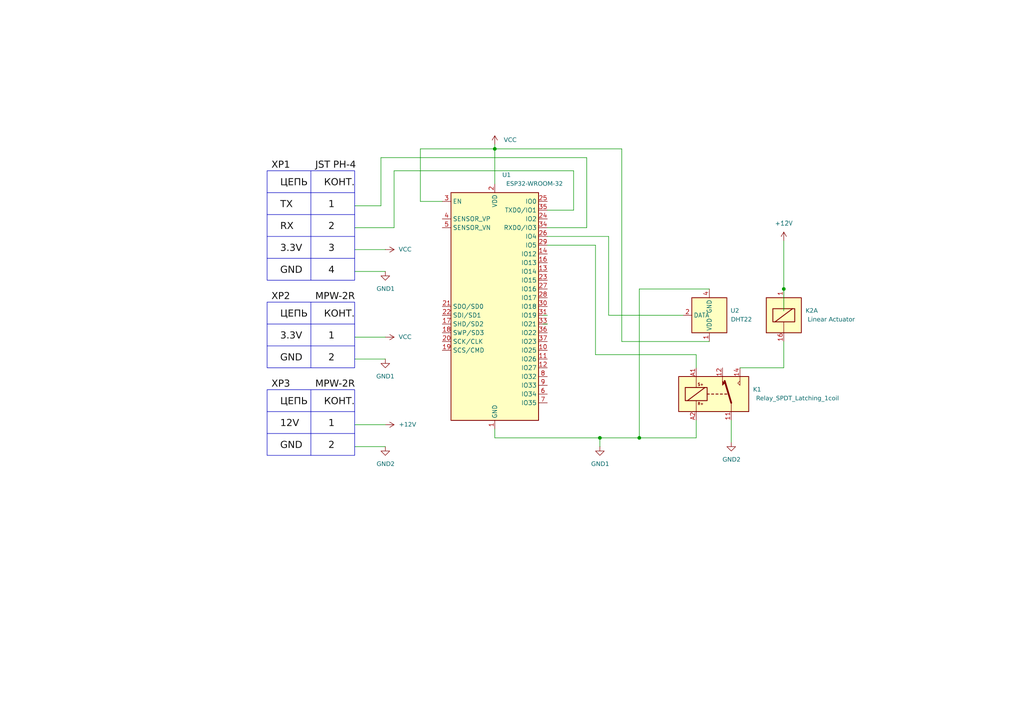
<source format=kicad_sch>
(kicad_sch
	(version 20231120)
	(generator "eeschema")
	(generator_version "8.0")
	(uuid "b4580aa6-e902-4e3b-8bce-f6c38f18175a")
	(paper "A4")
	(title_block
		(title "Схема электрическая принципиальная")
		(date "2024-11-18")
		(company "МГТУ им. Н.Э. Баумана ИУ6-73Б")
		(comment 1 "Контроллер теплицы")
		(comment 2 "Антипкин И.М.")
		(comment 3 "Трамов И.Б.")
	)
	(lib_symbols
		(symbol "RF_Module:ESP32-WROOM-32"
			(exclude_from_sim no)
			(in_bom yes)
			(on_board yes)
			(property "Reference" "U"
				(at -12.7 34.29 0)
				(effects
					(font
						(size 1.27 1.27)
					)
					(justify left)
				)
			)
			(property "Value" "ESP32-WROOM-32"
				(at 1.27 34.29 0)
				(effects
					(font
						(size 1.27 1.27)
					)
					(justify left)
				)
			)
			(property "Footprint" "RF_Module:ESP32-WROOM-32"
				(at 0 -38.1 0)
				(effects
					(font
						(size 1.27 1.27)
					)
					(hide yes)
				)
			)
			(property "Datasheet" "https://www.espressif.com/sites/default/files/documentation/esp32-wroom-32_datasheet_en.pdf"
				(at -7.62 1.27 0)
				(effects
					(font
						(size 1.27 1.27)
					)
					(hide yes)
				)
			)
			(property "Description" "RF Module, ESP32-D0WDQ6 SoC, Wi-Fi 802.11b/g/n, Bluetooth, BLE, 32-bit, 2.7-3.6V, onboard antenna, SMD"
				(at 0 0 0)
				(effects
					(font
						(size 1.27 1.27)
					)
					(hide yes)
				)
			)
			(property "ki_keywords" "RF Radio BT ESP ESP32 Espressif onboard PCB antenna"
				(at 0 0 0)
				(effects
					(font
						(size 1.27 1.27)
					)
					(hide yes)
				)
			)
			(property "ki_fp_filters" "ESP32?WROOM?32*"
				(at 0 0 0)
				(effects
					(font
						(size 1.27 1.27)
					)
					(hide yes)
				)
			)
			(symbol "ESP32-WROOM-32_0_1"
				(rectangle
					(start -12.7 33.02)
					(end 12.7 -33.02)
					(stroke
						(width 0.254)
						(type default)
					)
					(fill
						(type background)
					)
				)
			)
			(symbol "ESP32-WROOM-32_1_1"
				(pin power_in line
					(at 0 -35.56 90)
					(length 2.54)
					(name "GND"
						(effects
							(font
								(size 1.27 1.27)
							)
						)
					)
					(number "1"
						(effects
							(font
								(size 1.27 1.27)
							)
						)
					)
				)
				(pin bidirectional line
					(at 15.24 -12.7 180)
					(length 2.54)
					(name "IO25"
						(effects
							(font
								(size 1.27 1.27)
							)
						)
					)
					(number "10"
						(effects
							(font
								(size 1.27 1.27)
							)
						)
					)
				)
				(pin bidirectional line
					(at 15.24 -15.24 180)
					(length 2.54)
					(name "IO26"
						(effects
							(font
								(size 1.27 1.27)
							)
						)
					)
					(number "11"
						(effects
							(font
								(size 1.27 1.27)
							)
						)
					)
				)
				(pin bidirectional line
					(at 15.24 -17.78 180)
					(length 2.54)
					(name "IO27"
						(effects
							(font
								(size 1.27 1.27)
							)
						)
					)
					(number "12"
						(effects
							(font
								(size 1.27 1.27)
							)
						)
					)
				)
				(pin bidirectional line
					(at 15.24 10.16 180)
					(length 2.54)
					(name "IO14"
						(effects
							(font
								(size 1.27 1.27)
							)
						)
					)
					(number "13"
						(effects
							(font
								(size 1.27 1.27)
							)
						)
					)
				)
				(pin bidirectional line
					(at 15.24 15.24 180)
					(length 2.54)
					(name "IO12"
						(effects
							(font
								(size 1.27 1.27)
							)
						)
					)
					(number "14"
						(effects
							(font
								(size 1.27 1.27)
							)
						)
					)
				)
				(pin passive line
					(at 0 -35.56 90)
					(length 2.54) hide
					(name "GND"
						(effects
							(font
								(size 1.27 1.27)
							)
						)
					)
					(number "15"
						(effects
							(font
								(size 1.27 1.27)
							)
						)
					)
				)
				(pin bidirectional line
					(at 15.24 12.7 180)
					(length 2.54)
					(name "IO13"
						(effects
							(font
								(size 1.27 1.27)
							)
						)
					)
					(number "16"
						(effects
							(font
								(size 1.27 1.27)
							)
						)
					)
				)
				(pin bidirectional line
					(at -15.24 -5.08 0)
					(length 2.54)
					(name "SHD/SD2"
						(effects
							(font
								(size 1.27 1.27)
							)
						)
					)
					(number "17"
						(effects
							(font
								(size 1.27 1.27)
							)
						)
					)
				)
				(pin bidirectional line
					(at -15.24 -7.62 0)
					(length 2.54)
					(name "SWP/SD3"
						(effects
							(font
								(size 1.27 1.27)
							)
						)
					)
					(number "18"
						(effects
							(font
								(size 1.27 1.27)
							)
						)
					)
				)
				(pin bidirectional line
					(at -15.24 -12.7 0)
					(length 2.54)
					(name "SCS/CMD"
						(effects
							(font
								(size 1.27 1.27)
							)
						)
					)
					(number "19"
						(effects
							(font
								(size 1.27 1.27)
							)
						)
					)
				)
				(pin power_in line
					(at 0 35.56 270)
					(length 2.54)
					(name "VDD"
						(effects
							(font
								(size 1.27 1.27)
							)
						)
					)
					(number "2"
						(effects
							(font
								(size 1.27 1.27)
							)
						)
					)
				)
				(pin bidirectional line
					(at -15.24 -10.16 0)
					(length 2.54)
					(name "SCK/CLK"
						(effects
							(font
								(size 1.27 1.27)
							)
						)
					)
					(number "20"
						(effects
							(font
								(size 1.27 1.27)
							)
						)
					)
				)
				(pin bidirectional line
					(at -15.24 0 0)
					(length 2.54)
					(name "SDO/SD0"
						(effects
							(font
								(size 1.27 1.27)
							)
						)
					)
					(number "21"
						(effects
							(font
								(size 1.27 1.27)
							)
						)
					)
				)
				(pin bidirectional line
					(at -15.24 -2.54 0)
					(length 2.54)
					(name "SDI/SD1"
						(effects
							(font
								(size 1.27 1.27)
							)
						)
					)
					(number "22"
						(effects
							(font
								(size 1.27 1.27)
							)
						)
					)
				)
				(pin bidirectional line
					(at 15.24 7.62 180)
					(length 2.54)
					(name "IO15"
						(effects
							(font
								(size 1.27 1.27)
							)
						)
					)
					(number "23"
						(effects
							(font
								(size 1.27 1.27)
							)
						)
					)
				)
				(pin bidirectional line
					(at 15.24 25.4 180)
					(length 2.54)
					(name "IO2"
						(effects
							(font
								(size 1.27 1.27)
							)
						)
					)
					(number "24"
						(effects
							(font
								(size 1.27 1.27)
							)
						)
					)
				)
				(pin bidirectional line
					(at 15.24 30.48 180)
					(length 2.54)
					(name "IO0"
						(effects
							(font
								(size 1.27 1.27)
							)
						)
					)
					(number "25"
						(effects
							(font
								(size 1.27 1.27)
							)
						)
					)
				)
				(pin bidirectional line
					(at 15.24 20.32 180)
					(length 2.54)
					(name "IO4"
						(effects
							(font
								(size 1.27 1.27)
							)
						)
					)
					(number "26"
						(effects
							(font
								(size 1.27 1.27)
							)
						)
					)
				)
				(pin bidirectional line
					(at 15.24 5.08 180)
					(length 2.54)
					(name "IO16"
						(effects
							(font
								(size 1.27 1.27)
							)
						)
					)
					(number "27"
						(effects
							(font
								(size 1.27 1.27)
							)
						)
					)
				)
				(pin bidirectional line
					(at 15.24 2.54 180)
					(length 2.54)
					(name "IO17"
						(effects
							(font
								(size 1.27 1.27)
							)
						)
					)
					(number "28"
						(effects
							(font
								(size 1.27 1.27)
							)
						)
					)
				)
				(pin bidirectional line
					(at 15.24 17.78 180)
					(length 2.54)
					(name "IO5"
						(effects
							(font
								(size 1.27 1.27)
							)
						)
					)
					(number "29"
						(effects
							(font
								(size 1.27 1.27)
							)
						)
					)
				)
				(pin input line
					(at -15.24 30.48 0)
					(length 2.54)
					(name "EN"
						(effects
							(font
								(size 1.27 1.27)
							)
						)
					)
					(number "3"
						(effects
							(font
								(size 1.27 1.27)
							)
						)
					)
				)
				(pin bidirectional line
					(at 15.24 0 180)
					(length 2.54)
					(name "IO18"
						(effects
							(font
								(size 1.27 1.27)
							)
						)
					)
					(number "30"
						(effects
							(font
								(size 1.27 1.27)
							)
						)
					)
				)
				(pin bidirectional line
					(at 15.24 -2.54 180)
					(length 2.54)
					(name "IO19"
						(effects
							(font
								(size 1.27 1.27)
							)
						)
					)
					(number "31"
						(effects
							(font
								(size 1.27 1.27)
							)
						)
					)
				)
				(pin no_connect line
					(at -12.7 -27.94 0)
					(length 2.54) hide
					(name "NC"
						(effects
							(font
								(size 1.27 1.27)
							)
						)
					)
					(number "32"
						(effects
							(font
								(size 1.27 1.27)
							)
						)
					)
				)
				(pin bidirectional line
					(at 15.24 -5.08 180)
					(length 2.54)
					(name "IO21"
						(effects
							(font
								(size 1.27 1.27)
							)
						)
					)
					(number "33"
						(effects
							(font
								(size 1.27 1.27)
							)
						)
					)
				)
				(pin bidirectional line
					(at 15.24 22.86 180)
					(length 2.54)
					(name "RXD0/IO3"
						(effects
							(font
								(size 1.27 1.27)
							)
						)
					)
					(number "34"
						(effects
							(font
								(size 1.27 1.27)
							)
						)
					)
				)
				(pin bidirectional line
					(at 15.24 27.94 180)
					(length 2.54)
					(name "TXD0/IO1"
						(effects
							(font
								(size 1.27 1.27)
							)
						)
					)
					(number "35"
						(effects
							(font
								(size 1.27 1.27)
							)
						)
					)
				)
				(pin bidirectional line
					(at 15.24 -7.62 180)
					(length 2.54)
					(name "IO22"
						(effects
							(font
								(size 1.27 1.27)
							)
						)
					)
					(number "36"
						(effects
							(font
								(size 1.27 1.27)
							)
						)
					)
				)
				(pin bidirectional line
					(at 15.24 -10.16 180)
					(length 2.54)
					(name "IO23"
						(effects
							(font
								(size 1.27 1.27)
							)
						)
					)
					(number "37"
						(effects
							(font
								(size 1.27 1.27)
							)
						)
					)
				)
				(pin passive line
					(at 0 -35.56 90)
					(length 2.54) hide
					(name "GND"
						(effects
							(font
								(size 1.27 1.27)
							)
						)
					)
					(number "38"
						(effects
							(font
								(size 1.27 1.27)
							)
						)
					)
				)
				(pin passive line
					(at 0 -35.56 90)
					(length 2.54) hide
					(name "GND"
						(effects
							(font
								(size 1.27 1.27)
							)
						)
					)
					(number "39"
						(effects
							(font
								(size 1.27 1.27)
							)
						)
					)
				)
				(pin input line
					(at -15.24 25.4 0)
					(length 2.54)
					(name "SENSOR_VP"
						(effects
							(font
								(size 1.27 1.27)
							)
						)
					)
					(number "4"
						(effects
							(font
								(size 1.27 1.27)
							)
						)
					)
				)
				(pin input line
					(at -15.24 22.86 0)
					(length 2.54)
					(name "SENSOR_VN"
						(effects
							(font
								(size 1.27 1.27)
							)
						)
					)
					(number "5"
						(effects
							(font
								(size 1.27 1.27)
							)
						)
					)
				)
				(pin input line
					(at 15.24 -25.4 180)
					(length 2.54)
					(name "IO34"
						(effects
							(font
								(size 1.27 1.27)
							)
						)
					)
					(number "6"
						(effects
							(font
								(size 1.27 1.27)
							)
						)
					)
				)
				(pin input line
					(at 15.24 -27.94 180)
					(length 2.54)
					(name "IO35"
						(effects
							(font
								(size 1.27 1.27)
							)
						)
					)
					(number "7"
						(effects
							(font
								(size 1.27 1.27)
							)
						)
					)
				)
				(pin bidirectional line
					(at 15.24 -20.32 180)
					(length 2.54)
					(name "IO32"
						(effects
							(font
								(size 1.27 1.27)
							)
						)
					)
					(number "8"
						(effects
							(font
								(size 1.27 1.27)
							)
						)
					)
				)
				(pin bidirectional line
					(at 15.24 -22.86 180)
					(length 2.54)
					(name "IO33"
						(effects
							(font
								(size 1.27 1.27)
							)
						)
					)
					(number "9"
						(effects
							(font
								(size 1.27 1.27)
							)
						)
					)
				)
			)
		)
		(symbol "Relay:G5V-2_Split"
			(exclude_from_sim no)
			(in_bom yes)
			(on_board yes)
			(property "Reference" "K"
				(at 6.35 1.27 0)
				(effects
					(font
						(size 1.27 1.27)
					)
					(justify left)
				)
			)
			(property "Value" "G5V-2_Split"
				(at 6.35 -1.27 0)
				(effects
					(font
						(size 1.27 1.27)
					)
					(justify left)
				)
			)
			(property "Footprint" "Relay_THT:Relay_DPDT_Omron_G5V-2"
				(at 6.35 -3.81 0)
				(effects
					(font
						(size 1.27 1.27)
					)
					(justify left)
					(hide yes)
				)
			)
			(property "Datasheet" "http://omronfs.omron.com/en_US/ecb/products/pdf/en-g5v_2.pdf"
				(at 0 0 0)
				(effects
					(font
						(size 1.27 1.27)
					)
					(hide yes)
				)
			)
			(property "Description" "Relay Miniature Omron DPDT"
				(at 0 0 0)
				(effects
					(font
						(size 1.27 1.27)
					)
					(hide yes)
				)
			)
			(property "ki_locked" ""
				(at 0 0 0)
				(effects
					(font
						(size 1.27 1.27)
					)
				)
			)
			(property "ki_keywords" "Miniature Relay Dual Pole DPDT Omron"
				(at 0 0 0)
				(effects
					(font
						(size 1.27 1.27)
					)
					(hide yes)
				)
			)
			(property "ki_fp_filters" "Relay*DPDT*Omron*G5V*"
				(at 0 0 0)
				(effects
					(font
						(size 1.27 1.27)
					)
					(hide yes)
				)
			)
			(symbol "G5V-2_Split_1_1"
				(rectangle
					(start -5.08 5.08)
					(end 5.08 -5.08)
					(stroke
						(width 0.254)
						(type default)
					)
					(fill
						(type background)
					)
				)
				(rectangle
					(start -3.175 1.905)
					(end 3.175 -1.905)
					(stroke
						(width 0.254)
						(type default)
					)
					(fill
						(type none)
					)
				)
				(polyline
					(pts
						(xy -2.54 -1.905) (xy 2.54 1.905)
					)
					(stroke
						(width 0.254)
						(type default)
					)
					(fill
						(type none)
					)
				)
				(polyline
					(pts
						(xy 0 -5.08) (xy 0 -1.905)
					)
					(stroke
						(width 0)
						(type default)
					)
					(fill
						(type none)
					)
				)
				(polyline
					(pts
						(xy 0 5.08) (xy 0 1.905)
					)
					(stroke
						(width 0)
						(type default)
					)
					(fill
						(type none)
					)
				)
				(pin passive line
					(at 0 7.62 270)
					(length 2.54)
					(name "~"
						(effects
							(font
								(size 1.27 1.27)
							)
						)
					)
					(number "1"
						(effects
							(font
								(size 1.27 1.27)
							)
						)
					)
				)
				(pin passive line
					(at 0 -7.62 90)
					(length 2.54)
					(name "~"
						(effects
							(font
								(size 1.27 1.27)
							)
						)
					)
					(number "16"
						(effects
							(font
								(size 1.27 1.27)
							)
						)
					)
				)
			)
			(symbol "G5V-2_Split_2_1"
				(polyline
					(pts
						(xy 0 -2.54) (xy -1.905 3.81)
					)
					(stroke
						(width 0.508)
						(type default)
					)
					(fill
						(type none)
					)
				)
				(polyline
					(pts
						(xy 0 -2.54) (xy 0 -5.08)
					)
					(stroke
						(width 0)
						(type default)
					)
					(fill
						(type none)
					)
				)
				(polyline
					(pts
						(xy -2.54 5.08) (xy -2.54 2.54) (xy -1.905 3.175) (xy -2.54 3.81)
					)
					(stroke
						(width 0)
						(type default)
					)
					(fill
						(type outline)
					)
				)
				(polyline
					(pts
						(xy 2.54 5.08) (xy 2.54 2.54) (xy 1.905 3.175) (xy 2.54 3.81)
					)
					(stroke
						(width 0)
						(type default)
					)
					(fill
						(type none)
					)
				)
				(pin passive line
					(at 0 -7.62 90)
					(length 2.54)
					(name "~"
						(effects
							(font
								(size 1.27 1.27)
							)
						)
					)
					(number "4"
						(effects
							(font
								(size 1.27 1.27)
							)
						)
					)
				)
				(pin passive line
					(at -2.54 7.62 270)
					(length 2.54)
					(name "~"
						(effects
							(font
								(size 1.27 1.27)
							)
						)
					)
					(number "6"
						(effects
							(font
								(size 1.27 1.27)
							)
						)
					)
				)
				(pin passive line
					(at 2.54 7.62 270)
					(length 2.54)
					(name "~"
						(effects
							(font
								(size 1.27 1.27)
							)
						)
					)
					(number "8"
						(effects
							(font
								(size 1.27 1.27)
							)
						)
					)
				)
			)
			(symbol "G5V-2_Split_3_1"
				(polyline
					(pts
						(xy 0 -2.54) (xy -1.905 3.81)
					)
					(stroke
						(width 0.508)
						(type default)
					)
					(fill
						(type none)
					)
				)
				(polyline
					(pts
						(xy 0 -2.54) (xy 0 -5.08)
					)
					(stroke
						(width 0)
						(type default)
					)
					(fill
						(type none)
					)
				)
				(polyline
					(pts
						(xy -2.54 5.08) (xy -2.54 2.54) (xy -1.905 3.175) (xy -2.54 3.81)
					)
					(stroke
						(width 0)
						(type default)
					)
					(fill
						(type outline)
					)
				)
				(polyline
					(pts
						(xy 2.54 5.08) (xy 2.54 2.54) (xy 1.905 3.175) (xy 2.54 3.81)
					)
					(stroke
						(width 0)
						(type default)
					)
					(fill
						(type none)
					)
				)
				(pin passive line
					(at -2.54 7.62 270)
					(length 2.54)
					(name "~"
						(effects
							(font
								(size 1.27 1.27)
							)
						)
					)
					(number "11"
						(effects
							(font
								(size 1.27 1.27)
							)
						)
					)
				)
				(pin passive line
					(at 0 -7.62 90)
					(length 2.54)
					(name "~"
						(effects
							(font
								(size 1.27 1.27)
							)
						)
					)
					(number "13"
						(effects
							(font
								(size 1.27 1.27)
							)
						)
					)
				)
				(pin passive line
					(at 2.54 7.62 270)
					(length 2.54)
					(name "~"
						(effects
							(font
								(size 1.27 1.27)
							)
						)
					)
					(number "9"
						(effects
							(font
								(size 1.27 1.27)
							)
						)
					)
				)
			)
		)
		(symbol "Relay:Relay_SPDT_Latching_1coil"
			(exclude_from_sim no)
			(in_bom yes)
			(on_board yes)
			(property "Reference" "K"
				(at 11.43 3.81 0)
				(effects
					(font
						(size 1.27 1.27)
					)
					(justify left)
				)
			)
			(property "Value" "Relay_SPDT_Latching_1coil"
				(at 11.43 1.27 0)
				(effects
					(font
						(size 1.27 1.27)
					)
					(justify left)
				)
			)
			(property "Footprint" ""
				(at 11.43 -1.27 0)
				(effects
					(font
						(size 1.27 1.27)
					)
					(justify left)
					(hide yes)
				)
			)
			(property "Datasheet" "~"
				(at 0 0 0)
				(effects
					(font
						(size 1.27 1.27)
					)
					(hide yes)
				)
			)
			(property "Description" "Relay SPDT, bistable, double-coil, EN50005"
				(at 0 0 0)
				(effects
					(font
						(size 1.27 1.27)
					)
					(hide yes)
				)
			)
			(property "ki_keywords" "1P2T 1-Form-C single pole throw latching"
				(at 0 0 0)
				(effects
					(font
						(size 1.27 1.27)
					)
					(hide yes)
				)
			)
			(property "ki_fp_filters" "Relay?SPDT*"
				(at 0 0 0)
				(effects
					(font
						(size 1.27 1.27)
					)
					(hide yes)
				)
			)
			(symbol "Relay_SPDT_Latching_1coil_0_0"
				(polyline
					(pts
						(xy 7.62 5.08) (xy 7.62 2.54) (xy 6.985 3.175) (xy 7.62 3.81)
					)
					(stroke
						(width 0)
						(type default)
					)
					(fill
						(type none)
					)
				)
			)
			(symbol "Relay_SPDT_Latching_1coil_0_1"
				(rectangle
					(start -8.255 1.905)
					(end -1.905 -1.905)
					(stroke
						(width 0.254)
						(type default)
					)
					(fill
						(type none)
					)
				)
				(polyline
					(pts
						(xy -7.62 -1.905) (xy -2.54 1.905)
					)
					(stroke
						(width 0.254)
						(type default)
					)
					(fill
						(type none)
					)
				)
				(polyline
					(pts
						(xy -5.08 -5.08) (xy -5.08 -1.905)
					)
					(stroke
						(width 0)
						(type default)
					)
					(fill
						(type none)
					)
				)
				(polyline
					(pts
						(xy -5.08 5.08) (xy -5.08 1.905)
					)
					(stroke
						(width 0)
						(type default)
					)
					(fill
						(type none)
					)
				)
				(polyline
					(pts
						(xy -1.905 0) (xy -1.27 0)
					)
					(stroke
						(width 0.254)
						(type default)
					)
					(fill
						(type none)
					)
				)
				(polyline
					(pts
						(xy -0.635 0) (xy 0 0)
					)
					(stroke
						(width 0.254)
						(type default)
					)
					(fill
						(type none)
					)
				)
				(polyline
					(pts
						(xy 0.635 0) (xy 1.27 0)
					)
					(stroke
						(width 0.254)
						(type default)
					)
					(fill
						(type none)
					)
				)
				(polyline
					(pts
						(xy 1.905 0) (xy 2.54 0)
					)
					(stroke
						(width 0.254)
						(type default)
					)
					(fill
						(type none)
					)
				)
				(polyline
					(pts
						(xy 3.175 0) (xy 3.81 0)
					)
					(stroke
						(width 0.254)
						(type default)
					)
					(fill
						(type none)
					)
				)
				(polyline
					(pts
						(xy 5.08 -2.54) (xy 3.175 3.81)
					)
					(stroke
						(width 0.508)
						(type default)
					)
					(fill
						(type none)
					)
				)
				(polyline
					(pts
						(xy 5.08 -2.54) (xy 5.08 -5.08)
					)
					(stroke
						(width 0)
						(type default)
					)
					(fill
						(type none)
					)
				)
				(polyline
					(pts
						(xy 2.54 5.08) (xy 2.54 2.54) (xy 3.175 3.175) (xy 2.54 3.81)
					)
					(stroke
						(width 0)
						(type default)
					)
					(fill
						(type outline)
					)
				)
			)
			(symbol "Relay_SPDT_Latching_1coil_1_0"
				(text "R+"
					(at -3.81 -2.794 0)
					(effects
						(font
							(size 0.762 0.762)
						)
					)
				)
				(text "S+"
					(at -3.81 2.794 0)
					(effects
						(font
							(size 0.762 0.762)
						)
					)
				)
			)
			(symbol "Relay_SPDT_Latching_1coil_1_1"
				(rectangle
					(start -10.16 5.08)
					(end 10.16 -5.08)
					(stroke
						(width 0.254)
						(type default)
					)
					(fill
						(type background)
					)
				)
				(pin passive line
					(at 5.08 -7.62 90)
					(length 2.54)
					(name "~"
						(effects
							(font
								(size 1.27 1.27)
							)
						)
					)
					(number "11"
						(effects
							(font
								(size 1.27 1.27)
							)
						)
					)
				)
				(pin passive line
					(at 2.54 7.62 270)
					(length 2.54)
					(name "~"
						(effects
							(font
								(size 1.27 1.27)
							)
						)
					)
					(number "12"
						(effects
							(font
								(size 1.27 1.27)
							)
						)
					)
				)
				(pin passive line
					(at 7.62 7.62 270)
					(length 2.54)
					(name "~"
						(effects
							(font
								(size 1.27 1.27)
							)
						)
					)
					(number "14"
						(effects
							(font
								(size 1.27 1.27)
							)
						)
					)
				)
				(pin passive line
					(at -5.08 7.62 270)
					(length 2.54)
					(name "~"
						(effects
							(font
								(size 1.27 1.27)
							)
						)
					)
					(number "A1"
						(effects
							(font
								(size 1.27 1.27)
							)
						)
					)
				)
				(pin passive line
					(at -5.08 -7.62 90)
					(length 2.54)
					(name "~"
						(effects
							(font
								(size 1.27 1.27)
							)
						)
					)
					(number "A2"
						(effects
							(font
								(size 1.27 1.27)
							)
						)
					)
				)
			)
		)
		(symbol "Sensor:DHT11"
			(exclude_from_sim no)
			(in_bom yes)
			(on_board yes)
			(property "Reference" "U"
				(at -3.81 6.35 0)
				(effects
					(font
						(size 1.27 1.27)
					)
				)
			)
			(property "Value" "DHT11"
				(at 3.81 6.35 0)
				(effects
					(font
						(size 1.27 1.27)
					)
				)
			)
			(property "Footprint" "Sensor:Aosong_DHT11_5.5x12.0_P2.54mm"
				(at 0 -10.16 0)
				(effects
					(font
						(size 1.27 1.27)
					)
					(hide yes)
				)
			)
			(property "Datasheet" "http://akizukidenshi.com/download/ds/aosong/DHT11.pdf"
				(at 3.81 6.35 0)
				(effects
					(font
						(size 1.27 1.27)
					)
					(hide yes)
				)
			)
			(property "Description" "3.3V to 5.5V, temperature and humidity module, DHT11"
				(at 0 0 0)
				(effects
					(font
						(size 1.27 1.27)
					)
					(hide yes)
				)
			)
			(property "ki_keywords" "digital sensor"
				(at 0 0 0)
				(effects
					(font
						(size 1.27 1.27)
					)
					(hide yes)
				)
			)
			(property "ki_fp_filters" "Aosong*DHT11*5.5x12.0*P2.54mm*"
				(at 0 0 0)
				(effects
					(font
						(size 1.27 1.27)
					)
					(hide yes)
				)
			)
			(symbol "DHT11_0_1"
				(rectangle
					(start -5.08 5.08)
					(end 5.08 -5.08)
					(stroke
						(width 0.254)
						(type default)
					)
					(fill
						(type background)
					)
				)
			)
			(symbol "DHT11_1_1"
				(pin power_in line
					(at 0 7.62 270)
					(length 2.54)
					(name "VDD"
						(effects
							(font
								(size 1.27 1.27)
							)
						)
					)
					(number "1"
						(effects
							(font
								(size 1.27 1.27)
							)
						)
					)
				)
				(pin bidirectional line
					(at 7.62 0 180)
					(length 2.54)
					(name "DATA"
						(effects
							(font
								(size 1.27 1.27)
							)
						)
					)
					(number "2"
						(effects
							(font
								(size 1.27 1.27)
							)
						)
					)
				)
				(pin no_connect line
					(at -5.08 0 0)
					(length 2.54) hide
					(name "NC"
						(effects
							(font
								(size 1.27 1.27)
							)
						)
					)
					(number "3"
						(effects
							(font
								(size 1.27 1.27)
							)
						)
					)
				)
				(pin power_in line
					(at 0 -7.62 90)
					(length 2.54)
					(name "GND"
						(effects
							(font
								(size 1.27 1.27)
							)
						)
					)
					(number "4"
						(effects
							(font
								(size 1.27 1.27)
							)
						)
					)
				)
			)
		)
		(symbol "power:+12V"
			(power)
			(pin_numbers hide)
			(pin_names
				(offset 0) hide)
			(exclude_from_sim no)
			(in_bom yes)
			(on_board yes)
			(property "Reference" "#PWR"
				(at 0 -3.81 0)
				(effects
					(font
						(size 1.27 1.27)
					)
					(hide yes)
				)
			)
			(property "Value" "+12V"
				(at 0 3.556 0)
				(effects
					(font
						(size 1.27 1.27)
					)
				)
			)
			(property "Footprint" ""
				(at 0 0 0)
				(effects
					(font
						(size 1.27 1.27)
					)
					(hide yes)
				)
			)
			(property "Datasheet" ""
				(at 0 0 0)
				(effects
					(font
						(size 1.27 1.27)
					)
					(hide yes)
				)
			)
			(property "Description" "Power symbol creates a global label with name \"+12V\""
				(at 0 0 0)
				(effects
					(font
						(size 1.27 1.27)
					)
					(hide yes)
				)
			)
			(property "ki_keywords" "global power"
				(at 0 0 0)
				(effects
					(font
						(size 1.27 1.27)
					)
					(hide yes)
				)
			)
			(symbol "+12V_0_1"
				(polyline
					(pts
						(xy -0.762 1.27) (xy 0 2.54)
					)
					(stroke
						(width 0)
						(type default)
					)
					(fill
						(type none)
					)
				)
				(polyline
					(pts
						(xy 0 0) (xy 0 2.54)
					)
					(stroke
						(width 0)
						(type default)
					)
					(fill
						(type none)
					)
				)
				(polyline
					(pts
						(xy 0 2.54) (xy 0.762 1.27)
					)
					(stroke
						(width 0)
						(type default)
					)
					(fill
						(type none)
					)
				)
			)
			(symbol "+12V_1_1"
				(pin power_in line
					(at 0 0 90)
					(length 0)
					(name "~"
						(effects
							(font
								(size 1.27 1.27)
							)
						)
					)
					(number "1"
						(effects
							(font
								(size 1.27 1.27)
							)
						)
					)
				)
			)
		)
		(symbol "power:+3.3V"
			(power)
			(pin_numbers hide)
			(pin_names
				(offset 0) hide)
			(exclude_from_sim no)
			(in_bom yes)
			(on_board yes)
			(property "Reference" "#PWR"
				(at 0 -3.81 0)
				(effects
					(font
						(size 1.27 1.27)
					)
					(hide yes)
				)
			)
			(property "Value" "+3.3V"
				(at 0 3.556 0)
				(effects
					(font
						(size 1.27 1.27)
					)
				)
			)
			(property "Footprint" ""
				(at 0 0 0)
				(effects
					(font
						(size 1.27 1.27)
					)
					(hide yes)
				)
			)
			(property "Datasheet" ""
				(at 0 0 0)
				(effects
					(font
						(size 1.27 1.27)
					)
					(hide yes)
				)
			)
			(property "Description" "Power symbol creates a global label with name \"+3.3V\""
				(at 0 0 0)
				(effects
					(font
						(size 1.27 1.27)
					)
					(hide yes)
				)
			)
			(property "ki_keywords" "global power"
				(at 0 0 0)
				(effects
					(font
						(size 1.27 1.27)
					)
					(hide yes)
				)
			)
			(symbol "+3.3V_0_1"
				(polyline
					(pts
						(xy -0.762 1.27) (xy 0 2.54)
					)
					(stroke
						(width 0)
						(type default)
					)
					(fill
						(type none)
					)
				)
				(polyline
					(pts
						(xy 0 0) (xy 0 2.54)
					)
					(stroke
						(width 0)
						(type default)
					)
					(fill
						(type none)
					)
				)
				(polyline
					(pts
						(xy 0 2.54) (xy 0.762 1.27)
					)
					(stroke
						(width 0)
						(type default)
					)
					(fill
						(type none)
					)
				)
			)
			(symbol "+3.3V_1_1"
				(pin power_in line
					(at 0 0 90)
					(length 0)
					(name "~"
						(effects
							(font
								(size 1.27 1.27)
							)
						)
					)
					(number "1"
						(effects
							(font
								(size 1.27 1.27)
							)
						)
					)
				)
			)
		)
		(symbol "power:GND"
			(power)
			(pin_numbers hide)
			(pin_names
				(offset 0) hide)
			(exclude_from_sim no)
			(in_bom yes)
			(on_board yes)
			(property "Reference" "#PWR"
				(at 0 -6.35 0)
				(effects
					(font
						(size 1.27 1.27)
					)
					(hide yes)
				)
			)
			(property "Value" "GND"
				(at 0 -3.81 0)
				(effects
					(font
						(size 1.27 1.27)
					)
				)
			)
			(property "Footprint" ""
				(at 0 0 0)
				(effects
					(font
						(size 1.27 1.27)
					)
					(hide yes)
				)
			)
			(property "Datasheet" ""
				(at 0 0 0)
				(effects
					(font
						(size 1.27 1.27)
					)
					(hide yes)
				)
			)
			(property "Description" "Power symbol creates a global label with name \"GND\" , ground"
				(at 0 0 0)
				(effects
					(font
						(size 1.27 1.27)
					)
					(hide yes)
				)
			)
			(property "ki_keywords" "global power"
				(at 0 0 0)
				(effects
					(font
						(size 1.27 1.27)
					)
					(hide yes)
				)
			)
			(symbol "GND_0_1"
				(polyline
					(pts
						(xy 0 0) (xy 0 -1.27) (xy 1.27 -1.27) (xy 0 -2.54) (xy -1.27 -1.27) (xy 0 -1.27)
					)
					(stroke
						(width 0)
						(type default)
					)
					(fill
						(type none)
					)
				)
			)
			(symbol "GND_1_1"
				(pin power_in line
					(at 0 0 270)
					(length 0)
					(name "~"
						(effects
							(font
								(size 1.27 1.27)
							)
						)
					)
					(number "1"
						(effects
							(font
								(size 1.27 1.27)
							)
						)
					)
				)
			)
		)
	)
	(junction
		(at 227.33 83.82)
		(diameter 0)
		(color 0 0 0 0)
		(uuid "416faa6d-d5ca-4149-8a85-b25378a17191")
	)
	(junction
		(at 185.42 127)
		(diameter 0)
		(color 0 0 0 0)
		(uuid "4c12728f-e7f4-4a29-8e4e-6f119ab92965")
	)
	(junction
		(at 173.99 127)
		(diameter 0)
		(color 0 0 0 0)
		(uuid "670463c9-c384-4f78-bd21-b220ac573153")
	)
	(junction
		(at 143.51 43.18)
		(diameter 0)
		(color 0 0 0 0)
		(uuid "ce7ca1c7-fa13-4d9a-b22b-3fb0108d2406")
	)
	(wire
		(pts
			(xy 158.75 66.04) (xy 170.18 66.04)
		)
		(stroke
			(width 0)
			(type default)
		)
		(uuid "058e5394-c764-41ad-b9d3-e3439bb29f55")
	)
	(wire
		(pts
			(xy 180.34 43.18) (xy 143.51 43.18)
		)
		(stroke
			(width 0)
			(type default)
		)
		(uuid "0d16d14b-0278-4fa0-9b48-3878a1ec7aa1")
	)
	(wire
		(pts
			(xy 143.51 127) (xy 143.51 124.46)
		)
		(stroke
			(width 0)
			(type default)
		)
		(uuid "12573f83-9a9d-4591-9a2e-023e42538a28")
	)
	(wire
		(pts
			(xy 185.42 83.82) (xy 185.42 127)
		)
		(stroke
			(width 0)
			(type default)
		)
		(uuid "1297657a-cd31-4a94-8ec5-45b893187269")
	)
	(wire
		(pts
			(xy 102.87 72.39) (xy 111.76 72.39)
		)
		(stroke
			(width 0)
			(type default)
		)
		(uuid "1453067e-8031-41e7-9974-893b175f6166")
	)
	(wire
		(pts
			(xy 158.75 68.58) (xy 176.53 68.58)
		)
		(stroke
			(width 0)
			(type default)
		)
		(uuid "1583ed65-60cb-4ede-b8fd-4cd0e0153729")
	)
	(polyline
		(pts
			(xy 77.47 100.33) (xy 102.87 100.33)
		)
		(stroke
			(width 0)
			(type default)
		)
		(uuid "18d7b8ab-7d0a-418a-b8b9-3c44827a1d3c")
	)
	(polyline
		(pts
			(xy 90.17 49.53) (xy 90.17 81.28)
		)
		(stroke
			(width 0)
			(type default)
		)
		(uuid "19c1726d-1562-49da-92ce-4d769579fd28")
	)
	(wire
		(pts
			(xy 185.42 127) (xy 201.93 127)
		)
		(stroke
			(width 0)
			(type default)
		)
		(uuid "255db030-84d8-41c2-99d6-6af82f9e7ca4")
	)
	(polyline
		(pts
			(xy 77.47 55.88) (xy 102.87 55.88)
		)
		(stroke
			(width 0)
			(type default)
		)
		(uuid "28c18f5c-3c6a-4859-9196-40f8c4b6a424")
	)
	(polyline
		(pts
			(xy 77.47 119.38) (xy 102.87 119.38)
		)
		(stroke
			(width 0)
			(type default)
		)
		(uuid "30ee7289-56c8-4bef-8e8c-8cb9d36aa530")
	)
	(wire
		(pts
			(xy 185.42 83.82) (xy 205.74 83.82)
		)
		(stroke
			(width 0)
			(type default)
		)
		(uuid "310d2929-9d59-4dd5-b371-14c986fafb31")
	)
	(polyline
		(pts
			(xy 77.47 74.93) (xy 102.87 74.93)
		)
		(stroke
			(width 0)
			(type default)
		)
		(uuid "3398b9de-b534-420e-9806-0cb24d364a3f")
	)
	(wire
		(pts
			(xy 180.34 99.06) (xy 180.34 43.18)
		)
		(stroke
			(width 0)
			(type default)
		)
		(uuid "34d06270-031b-4768-835f-c468978a5966")
	)
	(wire
		(pts
			(xy 102.87 97.79) (xy 111.76 97.79)
		)
		(stroke
			(width 0)
			(type default)
		)
		(uuid "37282335-b4c7-4865-8f5d-430f8c261325")
	)
	(wire
		(pts
			(xy 102.87 59.69) (xy 110.49 59.69)
		)
		(stroke
			(width 0)
			(type default)
		)
		(uuid "3e1a9708-ac2e-46c5-940c-b13e036d9ce5")
	)
	(polyline
		(pts
			(xy 90.17 113.03) (xy 90.17 132.08)
		)
		(stroke
			(width 0)
			(type default)
		)
		(uuid "3ed0e811-b0b1-49c6-945d-4efd681b4307")
	)
	(wire
		(pts
			(xy 143.51 43.18) (xy 143.51 41.91)
		)
		(stroke
			(width 0)
			(type default)
		)
		(uuid "3f83c708-c833-4392-9041-f88210530dd7")
	)
	(wire
		(pts
			(xy 158.75 71.12) (xy 172.72 71.12)
		)
		(stroke
			(width 0)
			(type default)
		)
		(uuid "3f86f2f6-50cf-49f7-b609-a74a474fc7ba")
	)
	(wire
		(pts
			(xy 201.93 102.87) (xy 201.93 106.68)
		)
		(stroke
			(width 0)
			(type default)
		)
		(uuid "402a8a1c-bc56-40d4-9a3d-b49a85e16e19")
	)
	(polyline
		(pts
			(xy 77.47 68.58) (xy 102.87 68.58)
		)
		(stroke
			(width 0)
			(type default)
		)
		(uuid "5d918f2a-9c3d-41de-95ba-d4c049bf22f9")
	)
	(wire
		(pts
			(xy 110.49 45.72) (xy 110.49 59.69)
		)
		(stroke
			(width 0)
			(type default)
		)
		(uuid "5ea28b70-a556-4753-b7b5-f1dc3198c5c4")
	)
	(wire
		(pts
			(xy 143.51 127) (xy 173.99 127)
		)
		(stroke
			(width 0)
			(type default)
		)
		(uuid "6092465e-9296-4654-aa02-2246b507ba8d")
	)
	(polyline
		(pts
			(xy 77.47 125.73) (xy 102.87 125.73)
		)
		(stroke
			(width 0)
			(type default)
		)
		(uuid "66179e05-6b17-4f71-9eea-d21135d5a630")
	)
	(wire
		(pts
			(xy 102.87 78.74) (xy 111.76 78.74)
		)
		(stroke
			(width 0)
			(type default)
		)
		(uuid "67873de1-a58b-4b5d-81b3-9423677f8c30")
	)
	(wire
		(pts
			(xy 166.37 60.96) (xy 166.37 49.53)
		)
		(stroke
			(width 0)
			(type default)
		)
		(uuid "6e450d9b-db05-4512-801f-63451661a392")
	)
	(wire
		(pts
			(xy 173.99 127) (xy 173.99 129.54)
		)
		(stroke
			(width 0)
			(type default)
		)
		(uuid "7191fe3c-89c9-4216-a483-5e2f7d6c668d")
	)
	(wire
		(pts
			(xy 121.92 58.42) (xy 128.27 58.42)
		)
		(stroke
			(width 0)
			(type default)
		)
		(uuid "75a2ecd9-d580-432c-97e4-902e113aacec")
	)
	(wire
		(pts
			(xy 114.3 49.53) (xy 114.3 66.04)
		)
		(stroke
			(width 0)
			(type default)
		)
		(uuid "9260762f-b86f-4e0b-ba3b-c498d4fc5b1d")
	)
	(wire
		(pts
			(xy 158.75 60.96) (xy 166.37 60.96)
		)
		(stroke
			(width 0)
			(type default)
		)
		(uuid "9fb6313b-f7a1-42fa-ba71-e6734c9f147c")
	)
	(wire
		(pts
			(xy 170.18 45.72) (xy 110.49 45.72)
		)
		(stroke
			(width 0)
			(type default)
		)
		(uuid "a99335a1-8ebe-4573-817b-02e04bbd68a9")
	)
	(wire
		(pts
			(xy 170.18 66.04) (xy 170.18 45.72)
		)
		(stroke
			(width 0)
			(type default)
		)
		(uuid "a9fba464-89cf-4ed6-89ba-3cb501175f35")
	)
	(wire
		(pts
			(xy 102.87 129.54) (xy 111.76 129.54)
		)
		(stroke
			(width 0)
			(type default)
		)
		(uuid "b5886728-5750-4eaf-a544-c146a3a63ca9")
	)
	(wire
		(pts
			(xy 227.33 83.82) (xy 227.33 90.17)
		)
		(stroke
			(width 0)
			(type default)
		)
		(uuid "b8b664f0-fb6b-454b-ba54-c494335084a7")
	)
	(wire
		(pts
			(xy 185.42 127) (xy 173.99 127)
		)
		(stroke
			(width 0)
			(type default)
		)
		(uuid "b8d753fc-bb2e-4b12-9951-3a78cc8b8007")
	)
	(wire
		(pts
			(xy 212.09 121.92) (xy 212.09 128.27)
		)
		(stroke
			(width 0)
			(type default)
		)
		(uuid "b91bc904-3051-478a-b179-dee588e453e0")
	)
	(wire
		(pts
			(xy 121.92 43.18) (xy 143.51 43.18)
		)
		(stroke
			(width 0)
			(type default)
		)
		(uuid "b9640304-6d38-4d2a-bc5c-6551afcd8fc4")
	)
	(wire
		(pts
			(xy 121.92 43.18) (xy 121.92 58.42)
		)
		(stroke
			(width 0)
			(type default)
		)
		(uuid "bc155e16-fce2-4bd8-8449-4d7bd1aa7f4c")
	)
	(wire
		(pts
			(xy 172.72 102.87) (xy 201.93 102.87)
		)
		(stroke
			(width 0)
			(type default)
		)
		(uuid "bfe40fbb-1c4a-4abc-961d-676df1e31077")
	)
	(wire
		(pts
			(xy 172.72 71.12) (xy 172.72 102.87)
		)
		(stroke
			(width 0)
			(type default)
		)
		(uuid "c0a44194-28bf-4bc7-bbeb-165a4650a3d6")
	)
	(polyline
		(pts
			(xy 77.47 62.23) (xy 102.87 62.23)
		)
		(stroke
			(width 0)
			(type default)
		)
		(uuid "c73135da-ca81-4888-aa08-c76d072dadf6")
	)
	(wire
		(pts
			(xy 227.33 69.85) (xy 227.33 83.82)
		)
		(stroke
			(width 0)
			(type default)
		)
		(uuid "c8f46c9c-986c-4576-babc-713724bb81e5")
	)
	(wire
		(pts
			(xy 201.93 127) (xy 201.93 121.92)
		)
		(stroke
			(width 0)
			(type default)
		)
		(uuid "d041a125-f7b3-4177-b9fe-a436cabba600")
	)
	(wire
		(pts
			(xy 143.51 43.18) (xy 143.51 53.34)
		)
		(stroke
			(width 0)
			(type default)
		)
		(uuid "d4f319fd-db74-4983-9c18-a34e49c7c94a")
	)
	(wire
		(pts
			(xy 157.48 93.98) (xy 158.75 93.98)
		)
		(stroke
			(width 0)
			(type default)
		)
		(uuid "d56d6595-843d-4e7c-b69b-8d4179c4fb8c")
	)
	(wire
		(pts
			(xy 102.87 66.04) (xy 114.3 66.04)
		)
		(stroke
			(width 0)
			(type default)
		)
		(uuid "d7561047-bc4f-4ecd-9639-ae7bb539dd21")
	)
	(wire
		(pts
			(xy 166.37 49.53) (xy 114.3 49.53)
		)
		(stroke
			(width 0)
			(type default)
		)
		(uuid "db92a3a1-d749-443f-8630-4348680fd3c8")
	)
	(wire
		(pts
			(xy 227.33 99.06) (xy 227.33 106.68)
		)
		(stroke
			(width 0)
			(type default)
		)
		(uuid "dbd7705a-aa50-4548-ad98-6536ce9912f1")
	)
	(wire
		(pts
			(xy 157.48 91.44) (xy 158.75 91.44)
		)
		(stroke
			(width 0)
			(type default)
		)
		(uuid "e248c58d-a684-4133-bd72-83dd48f8c461")
	)
	(polyline
		(pts
			(xy 90.17 87.63) (xy 90.17 106.68)
		)
		(stroke
			(width 0)
			(type default)
		)
		(uuid "e24b5f02-6aca-405a-99b6-4e82fe8fede8")
	)
	(wire
		(pts
			(xy 102.87 123.19) (xy 111.76 123.19)
		)
		(stroke
			(width 0)
			(type default)
		)
		(uuid "e3fae941-973d-40f1-b45c-e7b44d83129e")
	)
	(wire
		(pts
			(xy 176.53 68.58) (xy 176.53 91.44)
		)
		(stroke
			(width 0)
			(type default)
		)
		(uuid "e77b5895-5040-40df-aaa8-8236fe685885")
	)
	(wire
		(pts
			(xy 205.74 99.06) (xy 180.34 99.06)
		)
		(stroke
			(width 0)
			(type default)
		)
		(uuid "f41a8bce-1185-4441-9ab2-a08cc1ad57c8")
	)
	(polyline
		(pts
			(xy 77.47 93.98) (xy 102.87 93.98)
		)
		(stroke
			(width 0)
			(type default)
		)
		(uuid "f4503163-d7f7-47b3-a3f9-14077b677c2e")
	)
	(wire
		(pts
			(xy 102.87 104.14) (xy 111.76 104.14)
		)
		(stroke
			(width 0)
			(type default)
		)
		(uuid "f60dffa4-b373-4549-850b-6f5e15033e3b")
	)
	(wire
		(pts
			(xy 227.33 106.68) (xy 214.63 106.68)
		)
		(stroke
			(width 0)
			(type default)
		)
		(uuid "f6b51dd7-89de-4dc2-a3b3-785744221f30")
	)
	(wire
		(pts
			(xy 176.53 91.44) (xy 198.12 91.44)
		)
		(stroke
			(width 0)
			(type default)
		)
		(uuid "f8a4076d-4d4c-4a98-a332-c41bca9b8d2c")
	)
	(rectangle
		(start 77.47 87.63)
		(end 102.87 106.68)
		(stroke
			(width 0)
			(type default)
		)
		(fill
			(type none)
		)
		(uuid 0303909f-958f-4889-a5d7-03b158fb5bd4)
	)
	(rectangle
		(start 77.47 49.53)
		(end 102.87 81.28)
		(stroke
			(width 0)
			(type default)
		)
		(fill
			(type none)
		)
		(uuid 3126837b-5f43-4777-864b-1d4d7f8a989d)
	)
	(rectangle
		(start 77.47 113.03)
		(end 102.87 132.08)
		(stroke
			(width 0)
			(type default)
		)
		(fill
			(type none)
		)
		(uuid 4004366a-3693-4ce7-bdeb-699ba598e05c)
	)
	(label "4"
		(at 95.25 80.01 0)
		(fields_autoplaced yes)
		(effects
			(font
				(face "GOST type B")
				(size 2 2)
				(italic yes)
			)
			(justify left bottom)
		)
		(uuid "0586fbae-f025-4be6-8e89-e26bcaf247d4")
	)
	(label "ЦЕПЬ"
		(at 81.28 118.11 0)
		(fields_autoplaced yes)
		(effects
			(font
				(face "GOST type B")
				(size 2 2)
				(italic yes)
			)
			(justify left bottom)
		)
		(uuid "06e4e979-fbe1-41d8-b7cc-765d125e8c81")
	)
	(label "MPW-2R"
		(at 91.44 113.03 0)
		(fields_autoplaced yes)
		(effects
			(font
				(face "GOST type B")
				(size 2 2)
				(italic yes)
			)
			(justify left bottom)
		)
		(uuid "080bc750-da01-4ffe-853e-6bd257aee9d5")
	)
	(label "GND"
		(at 81.28 80.01 0)
		(fields_autoplaced yes)
		(effects
			(font
				(face "GOST type B")
				(size 2 2)
				(italic yes)
			)
			(justify left bottom)
		)
		(uuid "094da80b-921d-4527-9f35-06e4822d0d91")
	)
	(label "2"
		(at 95.25 130.81 0)
		(fields_autoplaced yes)
		(effects
			(font
				(face "GOST type B")
				(size 2 2)
				(italic yes)
			)
			(justify left bottom)
		)
		(uuid "3cab3822-ac6c-4322-b8d9-2f98a27f38e3")
	)
	(label "XP2"
		(at 78.74 87.63 0)
		(fields_autoplaced yes)
		(effects
			(font
				(face "GOST type B")
				(size 2 2)
				(italic yes)
			)
			(justify left bottom)
		)
		(uuid "4fd2861e-421d-44d5-928d-2472ad3d509b")
	)
	(label "1"
		(at 95.25 124.46 0)
		(fields_autoplaced yes)
		(effects
			(font
				(face "GOST type B")
				(size 2 2)
				(italic yes)
			)
			(justify left bottom)
		)
		(uuid "51c8216d-539c-4c16-b6dc-03a8ed5b9070")
	)
	(label "2"
		(at 95.25 67.31 0)
		(fields_autoplaced yes)
		(effects
			(font
				(face "GOST type B")
				(size 2 2)
				(italic yes)
			)
			(justify left bottom)
		)
		(uuid "51d24f09-0201-4b24-8b35-5e29ef77b2fc")
	)
	(label "1"
		(at 95.25 60.96 0)
		(fields_autoplaced yes)
		(effects
			(font
				(face "GOST type B")
				(size 2 2)
				(italic yes)
			)
			(justify left bottom)
		)
		(uuid "5a5f52c6-c7da-4092-9830-7fe39b00c803")
	)
	(label "3.3V"
		(at 81.28 99.06 0)
		(fields_autoplaced yes)
		(effects
			(font
				(face "GOST type B")
				(size 2 2)
				(italic yes)
			)
			(justify left bottom)
		)
		(uuid "6200f363-556e-4094-87d9-c4f7aee45e9f")
	)
	(label "JST PH-4"
		(at 91.44 49.53 0)
		(fields_autoplaced yes)
		(effects
			(font
				(face "GOST type B")
				(size 2 2)
				(italic yes)
			)
			(justify left bottom)
		)
		(uuid "625ef33f-9bf9-4c7d-adf4-4a40f17f59fb")
	)
	(label "3"
		(at 95.25 73.66 0)
		(fields_autoplaced yes)
		(effects
			(font
				(face "GOST type B")
				(size 2 2)
				(italic yes)
			)
			(justify left bottom)
		)
		(uuid "64059b08-1be9-471a-b1c5-dfa763b352f4")
	)
	(label "GND"
		(at 81.28 105.41 0)
		(fields_autoplaced yes)
		(effects
			(font
				(face "GOST type B")
				(size 2 2)
				(italic yes)
			)
			(justify left bottom)
		)
		(uuid "776236af-e80b-4ab5-a608-22ccc01fba28")
	)
	(label "RX"
		(at 81.28 67.31 0)
		(fields_autoplaced yes)
		(effects
			(font
				(face "GOST type B")
				(size 2 2)
				(italic yes)
			)
			(justify left bottom)
		)
		(uuid "7a956274-3023-4cb8-bdde-193f94fe1fd8")
	)
	(label "MPW-2R"
		(at 91.44 87.63 0)
		(fields_autoplaced yes)
		(effects
			(font
				(face "GOST type B")
				(size 2 2)
				(italic yes)
			)
			(justify left bottom)
		)
		(uuid "7af1d87b-4670-4af6-b82c-7039457b2de9")
	)
	(label "КОНТ."
		(at 93.98 118.11 0)
		(fields_autoplaced yes)
		(effects
			(font
				(face "GOST type B")
				(size 2 2)
				(italic yes)
			)
			(justify left bottom)
		)
		(uuid "816fd33e-297a-4b50-b35d-86d2b89c095b")
	)
	(label "XP3"
		(at 78.74 113.03 0)
		(fields_autoplaced yes)
		(effects
			(font
				(face "GOST type B")
				(size 2 2)
				(italic yes)
			)
			(justify left bottom)
		)
		(uuid "89bfd12e-8f2b-4633-99f4-acf25a4af5f1")
	)
	(label "ЦЕПЬ"
		(at 81.28 54.61 0)
		(fields_autoplaced yes)
		(effects
			(font
				(face "GOST type B")
				(size 2 2)
				(italic yes)
			)
			(justify left bottom)
		)
		(uuid "95080733-bdad-433a-a537-a8e1d3e69042")
	)
	(label "1"
		(at 95.25 99.06 0)
		(fields_autoplaced yes)
		(effects
			(font
				(face "GOST type B")
				(size 2 2)
				(italic yes)
			)
			(justify left bottom)
		)
		(uuid "aaf2ac2a-0432-4047-beaa-6d26abeeeb67")
	)
	(label "КОНТ."
		(at 93.98 54.61 0)
		(fields_autoplaced yes)
		(effects
			(font
				(face "GOST type B")
				(size 2 2)
				(italic yes)
			)
			(justify left bottom)
		)
		(uuid "b8a5639c-b1f5-4e10-8d5c-76fe9e50fa1c")
	)
	(label "GND"
		(at 81.28 130.81 0)
		(fields_autoplaced yes)
		(effects
			(font
				(face "GOST type B")
				(size 2 2)
				(italic yes)
			)
			(justify left bottom)
		)
		(uuid "bd4e8c6a-bb2a-437b-8858-e6228131d93f")
	)
	(label "КОНТ."
		(at 93.98 92.71 0)
		(fields_autoplaced yes)
		(effects
			(font
				(face "GOST type B")
				(size 2 2)
				(italic yes)
			)
			(justify left bottom)
		)
		(uuid "c90310ef-e9e8-4ce1-8e8a-2aac574ddfb0")
	)
	(label "TX"
		(at 81.28 60.96 0)
		(fields_autoplaced yes)
		(effects
			(font
				(face "GOST type B")
				(size 2 2)
				(italic yes)
			)
			(justify left bottom)
		)
		(uuid "d04957d6-6c1f-4d25-b0cd-13d924886e32")
	)
	(label "XP1"
		(at 78.74 49.53 0)
		(fields_autoplaced yes)
		(effects
			(font
				(face "GOST type B")
				(size 2 2)
				(italic yes)
			)
			(justify left bottom)
		)
		(uuid "dde72ace-3a9f-4ab5-96e2-094b9d06aac8")
	)
	(label "2"
		(at 95.25 105.41 0)
		(fields_autoplaced yes)
		(effects
			(font
				(face "GOST type B")
				(size 2 2)
				(italic yes)
			)
			(justify left bottom)
		)
		(uuid "e3ec456d-2353-4ae4-96a4-478e91592c1c")
	)
	(label "12V"
		(at 81.28 124.46 0)
		(fields_autoplaced yes)
		(effects
			(font
				(face "GOST type B")
				(size 2 2)
				(italic yes)
			)
			(justify left bottom)
		)
		(uuid "ef628261-8f10-4e4d-aa28-d92938c33dda")
	)
	(label "ЦЕПЬ"
		(at 81.28 92.71 0)
		(fields_autoplaced yes)
		(effects
			(font
				(face "GOST type B")
				(size 2 2)
				(italic yes)
			)
			(justify left bottom)
		)
		(uuid "fbfcdc6b-ec49-4022-9f95-7819aa1fff1b")
	)
	(label "3.3V"
		(at 81.28 73.66 0)
		(fields_autoplaced yes)
		(effects
			(font
				(face "GOST type B")
				(size 2 2)
				(italic yes)
			)
			(justify left bottom)
		)
		(uuid "ff36de09-7c80-41b8-93f0-f25530fbcb7b")
	)
	(symbol
		(lib_id "power:+12V")
		(at 111.76 72.39 270)
		(unit 1)
		(exclude_from_sim no)
		(in_bom yes)
		(on_board yes)
		(dnp no)
		(fields_autoplaced yes)
		(uuid "3169199a-3dc3-469c-b1a3-caaafb803f84")
		(property "Reference" "#PWR08"
			(at 107.95 72.39 0)
			(effects
				(font
					(size 1.27 1.27)
				)
				(hide yes)
			)
		)
		(property "Value" "VCC"
			(at 115.57 72.3899 90)
			(effects
				(font
					(face "GOST type B")
					(size 1.27 1.27)
					(italic yes)
				)
				(justify left)
			)
		)
		(property "Footprint" ""
			(at 111.76 72.39 0)
			(effects
				(font
					(size 1.27 1.27)
				)
				(hide yes)
			)
		)
		(property "Datasheet" ""
			(at 111.76 72.39 0)
			(effects
				(font
					(size 1.27 1.27)
				)
				(hide yes)
			)
		)
		(property "Description" "Power symbol creates a global label with name \"+12V\""
			(at 111.76 72.39 0)
			(effects
				(font
					(size 1.27 1.27)
				)
				(hide yes)
			)
		)
		(pin "1"
			(uuid "bec5755a-021f-4f7a-846b-d5a598781003")
		)
		(instances
			(project "курсовая"
				(path "/b4580aa6-e902-4e3b-8bce-f6c38f18175a"
					(reference "#PWR08")
					(unit 1)
				)
			)
		)
	)
	(symbol
		(lib_id "Relay:G5V-2_Split")
		(at 227.33 91.44 0)
		(unit 1)
		(exclude_from_sim no)
		(in_bom yes)
		(on_board yes)
		(dnp no)
		(fields_autoplaced yes)
		(uuid "46e4367f-0afd-4bc2-b982-92e48047fa9a")
		(property "Reference" "K2"
			(at 233.68 90.1699 0)
			(effects
				(font
					(face "GOST type B")
					(size 1.27 1.27)
					(italic yes)
				)
				(justify left)
			)
		)
		(property "Value" "Linear Actuator"
			(at 233.68 92.7099 0)
			(effects
				(font
					(face "GOST type B")
					(size 1.27 1.27)
					(italic yes)
				)
				(justify left)
			)
		)
		(property "Footprint" "Relay_THT:Relay_DPDT_Omron_G5V-2"
			(at 233.68 95.25 0)
			(effects
				(font
					(size 1.27 1.27)
				)
				(justify left)
				(hide yes)
			)
		)
		(property "Datasheet" "http://omronfs.omron.com/en_US/ecb/products/pdf/en-g5v_2.pdf"
			(at 227.33 91.44 0)
			(effects
				(font
					(size 1.27 1.27)
				)
				(hide yes)
			)
		)
		(property "Description" "Relay Miniature Omron DPDT"
			(at 227.33 91.44 0)
			(effects
				(font
					(size 1.27 1.27)
				)
				(hide yes)
			)
		)
		(pin "13"
			(uuid "333ec5b0-9d22-4c5a-a3cb-0361aa0c77b3")
		)
		(pin "6"
			(uuid "970e6809-4dac-4fc0-8bae-dbff99815242")
		)
		(pin "4"
			(uuid "819081b2-9b2f-4b04-a19d-9be718e71dcd")
		)
		(pin "16"
			(uuid "b64e17f0-56af-4367-af2a-11b76409d12b")
		)
		(pin "9"
			(uuid "b245b783-0102-49df-a58d-6ebafa689d4b")
		)
		(pin "11"
			(uuid "b0307493-e01a-4690-90ba-93a72d924cea")
		)
		(pin "8"
			(uuid "db9815e3-b0d7-4e69-a0f9-73e8f05f915c")
		)
		(pin "1"
			(uuid "eaca888d-9928-4dc9-ae87-ef2f133e58a5")
		)
		(instances
			(project ""
				(path "/b4580aa6-e902-4e3b-8bce-f6c38f18175a"
					(reference "K2")
					(unit 1)
				)
			)
		)
	)
	(symbol
		(lib_id "power:+12V")
		(at 227.33 69.85 0)
		(unit 1)
		(exclude_from_sim no)
		(in_bom yes)
		(on_board yes)
		(dnp no)
		(fields_autoplaced yes)
		(uuid "4f914f40-5adc-4f1f-8a72-7e2b6c67f58c")
		(property "Reference" "#PWR02"
			(at 227.33 73.66 0)
			(effects
				(font
					(size 1.27 1.27)
				)
				(hide yes)
			)
		)
		(property "Value" "+12V"
			(at 227.33 64.77 0)
			(effects
				(font
					(size 1.27 1.27)
				)
			)
		)
		(property "Footprint" ""
			(at 227.33 69.85 0)
			(effects
				(font
					(size 1.27 1.27)
				)
				(hide yes)
			)
		)
		(property "Datasheet" ""
			(at 227.33 69.85 0)
			(effects
				(font
					(size 1.27 1.27)
				)
				(hide yes)
			)
		)
		(property "Description" "Power symbol creates a global label with name \"+12V\""
			(at 227.33 69.85 0)
			(effects
				(font
					(size 1.27 1.27)
				)
				(hide yes)
			)
		)
		(pin "1"
			(uuid "c27b5fe7-5715-4db6-a3f3-bdc22d653dc6")
		)
		(instances
			(project ""
				(path "/b4580aa6-e902-4e3b-8bce-f6c38f18175a"
					(reference "#PWR02")
					(unit 1)
				)
			)
		)
	)
	(symbol
		(lib_id "power:GND")
		(at 111.76 78.74 0)
		(unit 1)
		(exclude_from_sim no)
		(in_bom yes)
		(on_board yes)
		(dnp no)
		(fields_autoplaced yes)
		(uuid "514d3d41-9530-47e7-9cb8-2e21eedffeb4")
		(property "Reference" "#PWR09"
			(at 111.76 85.09 0)
			(effects
				(font
					(size 1.27 1.27)
				)
				(hide yes)
			)
		)
		(property "Value" "GND1"
			(at 111.76 83.82 0)
			(effects
				(font
					(face "GOST type B")
					(size 1.27 1.27)
					(italic yes)
				)
			)
		)
		(property "Footprint" ""
			(at 111.76 78.74 0)
			(effects
				(font
					(size 1.27 1.27)
				)
				(hide yes)
			)
		)
		(property "Datasheet" ""
			(at 111.76 78.74 0)
			(effects
				(font
					(size 1.27 1.27)
				)
				(hide yes)
			)
		)
		(property "Description" "Power symbol creates a global label with name \"GND\" , ground"
			(at 111.76 78.74 0)
			(effects
				(font
					(size 1.27 1.27)
				)
				(hide yes)
			)
		)
		(pin "1"
			(uuid "1e712d9b-b064-493c-a851-67aa72358fad")
		)
		(instances
			(project "курсовая"
				(path "/b4580aa6-e902-4e3b-8bce-f6c38f18175a"
					(reference "#PWR09")
					(unit 1)
				)
			)
		)
	)
	(symbol
		(lib_id "power:GND")
		(at 212.09 128.27 0)
		(unit 1)
		(exclude_from_sim no)
		(in_bom yes)
		(on_board yes)
		(dnp no)
		(fields_autoplaced yes)
		(uuid "5773ae7d-6d14-450b-9324-e62fc31f071e")
		(property "Reference" "#PWR010"
			(at 212.09 134.62 0)
			(effects
				(font
					(size 1.27 1.27)
				)
				(hide yes)
			)
		)
		(property "Value" "GND2"
			(at 212.09 133.35 0)
			(effects
				(font
					(face "GOST type B")
					(size 1.27 1.27)
					(italic yes)
				)
			)
		)
		(property "Footprint" ""
			(at 212.09 128.27 0)
			(effects
				(font
					(size 1.27 1.27)
				)
				(hide yes)
			)
		)
		(property "Datasheet" ""
			(at 212.09 128.27 0)
			(effects
				(font
					(size 1.27 1.27)
				)
				(hide yes)
			)
		)
		(property "Description" "Power symbol creates a global label with name \"GND\" , ground"
			(at 212.09 128.27 0)
			(effects
				(font
					(size 1.27 1.27)
				)
				(hide yes)
			)
		)
		(pin "1"
			(uuid "b54b3905-1179-4b42-af2d-660bcabfcd53")
		)
		(instances
			(project "курсовая"
				(path "/b4580aa6-e902-4e3b-8bce-f6c38f18175a"
					(reference "#PWR010")
					(unit 1)
				)
			)
		)
	)
	(symbol
		(lib_id "power:GND")
		(at 111.76 104.14 0)
		(unit 1)
		(exclude_from_sim no)
		(in_bom yes)
		(on_board yes)
		(dnp no)
		(fields_autoplaced yes)
		(uuid "6d0f448d-12c2-41ff-a01e-dfd5f089822d")
		(property "Reference" "#PWR07"
			(at 111.76 110.49 0)
			(effects
				(font
					(size 1.27 1.27)
				)
				(hide yes)
			)
		)
		(property "Value" "GND1"
			(at 111.76 109.22 0)
			(effects
				(font
					(face "GOST type B")
					(size 1.27 1.27)
				)
			)
		)
		(property "Footprint" ""
			(at 111.76 104.14 0)
			(effects
				(font
					(size 1.27 1.27)
				)
				(hide yes)
			)
		)
		(property "Datasheet" ""
			(at 111.76 104.14 0)
			(effects
				(font
					(size 1.27 1.27)
				)
				(hide yes)
			)
		)
		(property "Description" "Power symbol creates a global label with name \"GND\" , ground"
			(at 111.76 104.14 0)
			(effects
				(font
					(size 1.27 1.27)
				)
				(hide yes)
			)
		)
		(pin "1"
			(uuid "208a9dcb-6879-403e-8ddf-dfce01031091")
		)
		(instances
			(project "курсовая"
				(path "/b4580aa6-e902-4e3b-8bce-f6c38f18175a"
					(reference "#PWR07")
					(unit 1)
				)
			)
		)
	)
	(symbol
		(lib_id "Sensor:DHT11")
		(at 205.74 91.44 180)
		(unit 1)
		(exclude_from_sim no)
		(in_bom yes)
		(on_board yes)
		(dnp no)
		(fields_autoplaced yes)
		(uuid "7ecbd274-462b-4626-95ee-68b57d28ae8c")
		(property "Reference" "U2"
			(at 212.09 90.17 0)
			(effects
				(font
					(face "GOST type B")
					(size 1.27 1.27)
					(italic yes)
				)
				(justify right)
			)
		)
		(property "Value" "DHT22"
			(at 212.09 92.71 0)
			(effects
				(font
					(face "GOST type B")
					(size 1.27 1.27)
					(italic yes)
				)
				(justify right)
			)
		)
		(property "Footprint" "Sensor:Aosong_DHT11_5.5x12.0_P2.54mm"
			(at 205.74 81.28 0)
			(effects
				(font
					(size 1.27 1.27)
				)
				(hide yes)
			)
		)
		(property "Datasheet" "http://akizukidenshi.com/download/ds/aosong/DHT11.pdf"
			(at 201.93 97.79 0)
			(effects
				(font
					(size 1.27 1.27)
				)
				(hide yes)
			)
		)
		(property "Description" "3.3V to 5.5V, temperature and humidity module, DHT11"
			(at 205.74 91.44 0)
			(effects
				(font
					(size 1.27 1.27)
				)
				(hide yes)
			)
		)
		(pin "2"
			(uuid "403440ed-1605-42c8-b497-4379be26676b")
		)
		(pin "3"
			(uuid "433c7d59-ff36-44c5-9a55-04300e0abd4f")
		)
		(pin "1"
			(uuid "65edaa72-8d59-48ea-a989-bb8f9b3d6d00")
		)
		(pin "4"
			(uuid "6a39dd64-0b3d-4269-a790-0b56148dcab2")
		)
		(instances
			(project ""
				(path "/b4580aa6-e902-4e3b-8bce-f6c38f18175a"
					(reference "U2")
					(unit 1)
				)
			)
		)
	)
	(symbol
		(lib_id "power:+3.3V")
		(at 143.51 41.91 0)
		(unit 1)
		(exclude_from_sim no)
		(in_bom yes)
		(on_board yes)
		(dnp no)
		(fields_autoplaced yes)
		(uuid "8785d654-fb1e-4cc1-ae31-cee5b32fac7c")
		(property "Reference" "#PWR01"
			(at 143.51 45.72 0)
			(effects
				(font
					(size 1.27 1.27)
				)
				(hide yes)
			)
		)
		(property "Value" "VCC"
			(at 146.05 40.6399 0)
			(effects
				(font
					(face "GOST type B")
					(size 1.27 1.27)
					(italic yes)
				)
				(justify left)
			)
		)
		(property "Footprint" ""
			(at 143.51 41.91 0)
			(effects
				(font
					(size 1.27 1.27)
				)
				(hide yes)
			)
		)
		(property "Datasheet" ""
			(at 143.51 41.91 0)
			(effects
				(font
					(size 1.27 1.27)
				)
				(hide yes)
			)
		)
		(property "Description" "Power symbol creates a global label with name \"+3.3V\""
			(at 143.51 41.91 0)
			(effects
				(font
					(size 1.27 1.27)
				)
				(hide yes)
			)
		)
		(pin "1"
			(uuid "9cc8b14d-3b5a-4ad8-bfc1-13807c807f42")
		)
		(instances
			(project ""
				(path "/b4580aa6-e902-4e3b-8bce-f6c38f18175a"
					(reference "#PWR01")
					(unit 1)
				)
			)
		)
	)
	(symbol
		(lib_id "power:+12V")
		(at 111.76 97.79 270)
		(unit 1)
		(exclude_from_sim no)
		(in_bom yes)
		(on_board yes)
		(dnp no)
		(fields_autoplaced yes)
		(uuid "8b4c8fc4-6030-4a02-89ed-12bf12f88bf0")
		(property "Reference" "#PWR06"
			(at 107.95 97.79 0)
			(effects
				(font
					(size 1.27 1.27)
				)
				(hide yes)
			)
		)
		(property "Value" "VCC"
			(at 115.57 97.7899 90)
			(effects
				(font
					(face "GOST type B")
					(size 1.27 1.27)
					(italic yes)
				)
				(justify left)
			)
		)
		(property "Footprint" ""
			(at 111.76 97.79 0)
			(effects
				(font
					(size 1.27 1.27)
				)
				(hide yes)
			)
		)
		(property "Datasheet" ""
			(at 111.76 97.79 0)
			(effects
				(font
					(size 1.27 1.27)
				)
				(hide yes)
			)
		)
		(property "Description" "Power symbol creates a global label with name \"+12V\""
			(at 111.76 97.79 0)
			(effects
				(font
					(size 1.27 1.27)
				)
				(hide yes)
			)
		)
		(pin "1"
			(uuid "8b93fcfc-08f1-4359-82fc-6d4aeb3d44ab")
		)
		(instances
			(project "курсовая"
				(path "/b4580aa6-e902-4e3b-8bce-f6c38f18175a"
					(reference "#PWR06")
					(unit 1)
				)
			)
		)
	)
	(symbol
		(lib_id "power:GND")
		(at 111.76 129.54 0)
		(unit 1)
		(exclude_from_sim no)
		(in_bom yes)
		(on_board yes)
		(dnp no)
		(fields_autoplaced yes)
		(uuid "8e56c00d-da89-4b36-ad13-12b3a067b3bb")
		(property "Reference" "#PWR05"
			(at 111.76 135.89 0)
			(effects
				(font
					(size 1.27 1.27)
				)
				(hide yes)
			)
		)
		(property "Value" "GND2"
			(at 111.76 134.62 0)
			(effects
				(font
					(face "GOST type B")
					(size 1.27 1.27)
					(italic yes)
				)
			)
		)
		(property "Footprint" ""
			(at 111.76 129.54 0)
			(effects
				(font
					(size 1.27 1.27)
				)
				(hide yes)
			)
		)
		(property "Datasheet" ""
			(at 111.76 129.54 0)
			(effects
				(font
					(size 1.27 1.27)
				)
				(hide yes)
			)
		)
		(property "Description" "Power symbol creates a global label with name \"GND\" , ground"
			(at 111.76 129.54 0)
			(effects
				(font
					(size 1.27 1.27)
				)
				(hide yes)
			)
		)
		(pin "1"
			(uuid "007625c0-882b-4926-8ceb-9e60dd2bf6f9")
		)
		(instances
			(project "курсовая"
				(path "/b4580aa6-e902-4e3b-8bce-f6c38f18175a"
					(reference "#PWR05")
					(unit 1)
				)
			)
		)
	)
	(symbol
		(lib_id "Relay:Relay_SPDT_Latching_1coil")
		(at 207.01 114.3 0)
		(unit 1)
		(exclude_from_sim no)
		(in_bom yes)
		(on_board yes)
		(dnp no)
		(fields_autoplaced yes)
		(uuid "b322c96e-064b-4228-a558-966fa5f27ee9")
		(property "Reference" "K1"
			(at 218.44 113.0299 0)
			(effects
				(font
					(face "GOST type B")
					(size 1.27 1.27)
					(italic yes)
				)
				(justify left)
			)
		)
		(property "Value" "Relay_SPDT_Latching_1coil"
			(at 218.44 115.5699 0)
			(effects
				(font
					(face "GOST type B")
					(size 1.27 1.27)
					(italic yes)
				)
				(justify left)
			)
		)
		(property "Footprint" ""
			(at 218.44 115.57 0)
			(effects
				(font
					(size 1.27 1.27)
				)
				(justify left)
				(hide yes)
			)
		)
		(property "Datasheet" "~"
			(at 207.01 114.3 0)
			(effects
				(font
					(size 1.27 1.27)
				)
				(hide yes)
			)
		)
		(property "Description" "Relay SPDT, bistable, double-coil, EN50005"
			(at 207.01 114.3 0)
			(effects
				(font
					(size 1.27 1.27)
				)
				(hide yes)
			)
		)
		(pin "A2"
			(uuid "ebb47f02-0348-4e79-8ef2-4161ae4b8c90")
		)
		(pin "A1"
			(uuid "177106e6-1abf-48dc-a0a2-6988fb65b2ba")
		)
		(pin "11"
			(uuid "8139eb1e-2c3d-43ee-85cf-a2aa658cdded")
		)
		(pin "14"
			(uuid "99a42ca1-e357-490e-956b-61ce00ace0d1")
		)
		(pin "12"
			(uuid "abdc56d6-5fd1-4982-a4aa-e3d6446fb6dc")
		)
		(instances
			(project ""
				(path "/b4580aa6-e902-4e3b-8bce-f6c38f18175a"
					(reference "K1")
					(unit 1)
				)
			)
		)
	)
	(symbol
		(lib_id "RF_Module:ESP32-WROOM-32")
		(at 143.51 88.9 0)
		(unit 1)
		(exclude_from_sim no)
		(in_bom yes)
		(on_board yes)
		(dnp no)
		(fields_autoplaced yes)
		(uuid "c2898047-57f1-4c30-9b40-414bbe1f28ba")
		(property "Reference" "U1"
			(at 145.7041 50.8 0)
			(effects
				(font
					(face "GOST type B")
					(size 1.27 1.27)
					(italic yes)
				)
				(justify left)
			)
		)
		(property "Value" "ESP32-WROOM-32"
			(at 145.7041 53.34 0)
			(effects
				(font
					(face "GOST type B")
					(size 1.27 1.27)
					(italic yes)
				)
				(justify left)
			)
		)
		(property "Footprint" "RF_Module:ESP32-WROOM-32"
			(at 143.51 127 0)
			(effects
				(font
					(size 1.27 1.27)
				)
				(hide yes)
			)
		)
		(property "Datasheet" "https://www.espressif.com/sites/default/files/documentation/esp32-wroom-32_datasheet_en.pdf"
			(at 135.89 87.63 0)
			(effects
				(font
					(size 1.27 1.27)
				)
				(hide yes)
			)
		)
		(property "Description" "RF Module, ESP32-D0WDQ6 SoC, Wi-Fi 802.11b/g/n, Bluetooth, BLE, 32-bit, 2.7-3.6V, onboard antenna, SMD"
			(at 143.51 88.9 0)
			(effects
				(font
					(size 1.27 1.27)
				)
				(hide yes)
			)
		)
		(pin "4"
			(uuid "813ce862-b1de-42de-aa5e-d969441d3c8f")
		)
		(pin "8"
			(uuid "9fe411b0-66fe-4526-87f9-8e439376106e")
		)
		(pin "26"
			(uuid "f61271b9-ab43-4b9c-a8bd-13fb84450b48")
		)
		(pin "29"
			(uuid "3f01bcb0-cb38-417d-a06b-553b4170af8e")
		)
		(pin "10"
			(uuid "08e268bb-b205-49b2-97c0-30b7c0255aa0")
		)
		(pin "18"
			(uuid "60d25a22-500d-46e7-9547-8782483cbc65")
		)
		(pin "32"
			(uuid "40b8fc9f-6c2a-45db-9b15-bc3ba7ccd592")
		)
		(pin "9"
			(uuid "60f85b57-92c3-4337-8e27-c2b8242bcffd")
		)
		(pin "12"
			(uuid "886c5bad-3e20-42bf-bcbd-d7467f9f1d18")
		)
		(pin "16"
			(uuid "a83b41b7-e589-44d0-aa98-1a2af908878b")
		)
		(pin "20"
			(uuid "c01c5e5a-5cbd-4b95-b82b-0585684851fd")
		)
		(pin "34"
			(uuid "833cb7c4-64ee-4772-bcbc-749925978d4d")
		)
		(pin "27"
			(uuid "f119add3-3b9c-43b7-933e-73870e568075")
		)
		(pin "24"
			(uuid "d68dc4ba-2e62-4e0d-a812-fba5f03042c6")
		)
		(pin "33"
			(uuid "480880b1-e457-42ec-b48a-32cdf61ed899")
		)
		(pin "28"
			(uuid "02228129-77ca-41c0-9c67-305110e3ed7b")
		)
		(pin "14"
			(uuid "1aed553d-7204-4cd6-a132-3f1fed18fe58")
		)
		(pin "25"
			(uuid "aedd4e51-6eed-430d-942f-f52628daacf3")
		)
		(pin "31"
			(uuid "59b5d942-bbcc-44a0-894f-15e593706dd4")
		)
		(pin "37"
			(uuid "d48aaea1-3b79-479c-89b7-79e09ddb03d8")
		)
		(pin "22"
			(uuid "ed63e459-814e-42f2-a378-01c6c4acc249")
		)
		(pin "13"
			(uuid "2d60eeb5-d290-4dbb-8e93-0fe8fb8afb0d")
		)
		(pin "38"
			(uuid "ae4dd8a1-c49f-44bc-b98f-eee132ab4665")
		)
		(pin "23"
			(uuid "ea5be0ae-dd5a-4c43-910a-4275764aa90b")
		)
		(pin "36"
			(uuid "1d08a020-ddea-4b40-b79e-adad0f3ef3dd")
		)
		(pin "6"
			(uuid "da333d05-6e0b-4fe7-897a-66a9d24cd0b1")
		)
		(pin "15"
			(uuid "fe474053-e108-4e62-95b2-4e5632909e97")
		)
		(pin "17"
			(uuid "6ae48123-4d8c-4c10-9e6c-d4dea49caeb6")
		)
		(pin "30"
			(uuid "712119ce-41f9-437e-9252-acc5688351e3")
		)
		(pin "35"
			(uuid "dd5f32dc-0c79-445e-859a-a130699c84b1")
		)
		(pin "1"
			(uuid "bd4d3563-d5ae-41c4-ac10-d3f4e75ce93f")
		)
		(pin "7"
			(uuid "a96b6aa1-0d35-4c8e-9253-def794753efc")
		)
		(pin "11"
			(uuid "a8a10c6e-24c6-4f0b-bee8-4ae978486993")
		)
		(pin "21"
			(uuid "2ebf3e74-f758-4c9f-8a1b-82b083e35bf9")
		)
		(pin "2"
			(uuid "7100c782-552b-4db1-9004-d9563eb17c45")
		)
		(pin "39"
			(uuid "fd3adbe2-980f-4be3-9139-f8fd192c609b")
		)
		(pin "3"
			(uuid "63ead41e-6322-462a-a950-3d557fd4e483")
		)
		(pin "5"
			(uuid "dacf62ee-aedb-43bf-96e0-4b3898b51f34")
		)
		(pin "19"
			(uuid "dddac92f-8525-46b8-acf5-6e2c3c221ddd")
		)
		(instances
			(project ""
				(path "/b4580aa6-e902-4e3b-8bce-f6c38f18175a"
					(reference "U1")
					(unit 1)
				)
			)
		)
	)
	(symbol
		(lib_id "power:GND")
		(at 173.99 129.54 0)
		(unit 1)
		(exclude_from_sim no)
		(in_bom yes)
		(on_board yes)
		(dnp no)
		(fields_autoplaced yes)
		(uuid "d0ccef56-5ebf-4343-b181-2830ce9579f1")
		(property "Reference" "#PWR03"
			(at 173.99 135.89 0)
			(effects
				(font
					(size 1.27 1.27)
				)
				(hide yes)
			)
		)
		(property "Value" "GND1"
			(at 173.99 134.62 0)
			(effects
				(font
					(face "GOST type B")
					(size 1.27 1.27)
					(italic yes)
				)
			)
		)
		(property "Footprint" ""
			(at 173.99 129.54 0)
			(effects
				(font
					(size 1.27 1.27)
				)
				(hide yes)
			)
		)
		(property "Datasheet" ""
			(at 173.99 129.54 0)
			(effects
				(font
					(size 1.27 1.27)
				)
				(hide yes)
			)
		)
		(property "Description" "Power symbol creates a global label with name \"GND\" , ground"
			(at 173.99 129.54 0)
			(effects
				(font
					(size 1.27 1.27)
				)
				(hide yes)
			)
		)
		(pin "1"
			(uuid "61eb7210-0eb2-48ba-8729-7c9620c57d0c")
		)
		(instances
			(project "курсовая"
				(path "/b4580aa6-e902-4e3b-8bce-f6c38f18175a"
					(reference "#PWR03")
					(unit 1)
				)
			)
		)
	)
	(symbol
		(lib_id "power:+12V")
		(at 111.76 123.19 270)
		(unit 1)
		(exclude_from_sim no)
		(in_bom yes)
		(on_board yes)
		(dnp no)
		(fields_autoplaced yes)
		(uuid "e852849e-8237-42a9-8d85-ebd43e1b7889")
		(property "Reference" "#PWR04"
			(at 107.95 123.19 0)
			(effects
				(font
					(size 1.27 1.27)
				)
				(hide yes)
			)
		)
		(property "Value" "+12V"
			(at 115.57 123.1899 90)
			(effects
				(font
					(face "GOST type B")
					(size 1.27 1.27)
					(italic yes)
				)
				(justify left)
			)
		)
		(property "Footprint" ""
			(at 111.76 123.19 0)
			(effects
				(font
					(size 1.27 1.27)
				)
				(hide yes)
			)
		)
		(property "Datasheet" ""
			(at 111.76 123.19 0)
			(effects
				(font
					(size 1.27 1.27)
				)
				(hide yes)
			)
		)
		(property "Description" "Power symbol creates a global label with name \"+12V\""
			(at 111.76 123.19 0)
			(effects
				(font
					(size 1.27 1.27)
				)
				(hide yes)
			)
		)
		(pin "1"
			(uuid "0727cc18-a577-40d4-b491-8ea8cea49dc7")
		)
		(instances
			(project ""
				(path "/b4580aa6-e902-4e3b-8bce-f6c38f18175a"
					(reference "#PWR04")
					(unit 1)
				)
			)
		)
	)
	(sheet_instances
		(path "/"
			(page "1")
		)
	)
)

</source>
